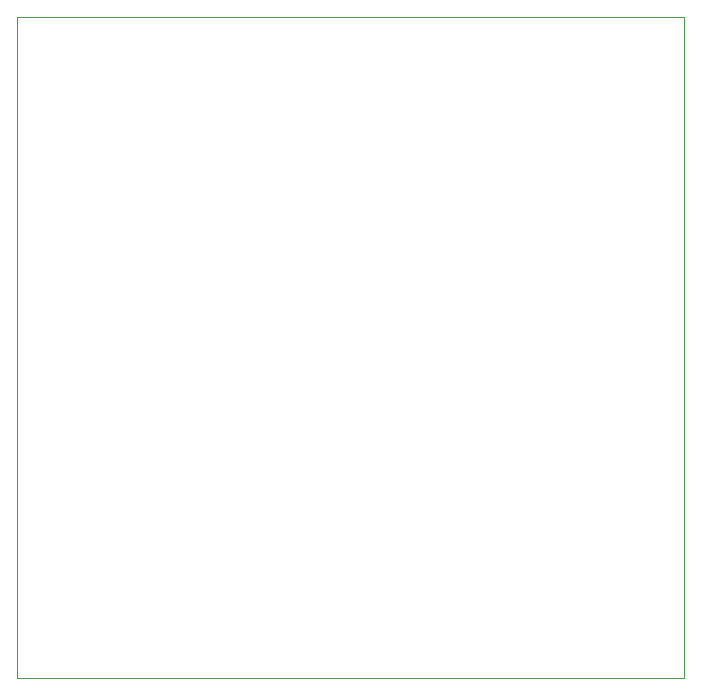
<source format=gbr>
%TF.GenerationSoftware,KiCad,Pcbnew,8.0.5*%
%TF.CreationDate,2024-10-21T18:00:16-04:00*%
%TF.ProjectId,Sensing_PCB,53656e73-696e-4675-9f50-43422e6b6963,rev?*%
%TF.SameCoordinates,Original*%
%TF.FileFunction,Profile,NP*%
%FSLAX46Y46*%
G04 Gerber Fmt 4.6, Leading zero omitted, Abs format (unit mm)*
G04 Created by KiCad (PCBNEW 8.0.5) date 2024-10-21 18:00:16*
%MOMM*%
%LPD*%
G01*
G04 APERTURE LIST*
%TA.AperFunction,Profile*%
%ADD10C,0.050000*%
%TD*%
G04 APERTURE END LIST*
D10*
X133500000Y-107500000D02*
X190000000Y-107500000D01*
X190000000Y-163500000D01*
X133500000Y-163500000D01*
X133500000Y-107500000D01*
M02*

</source>
